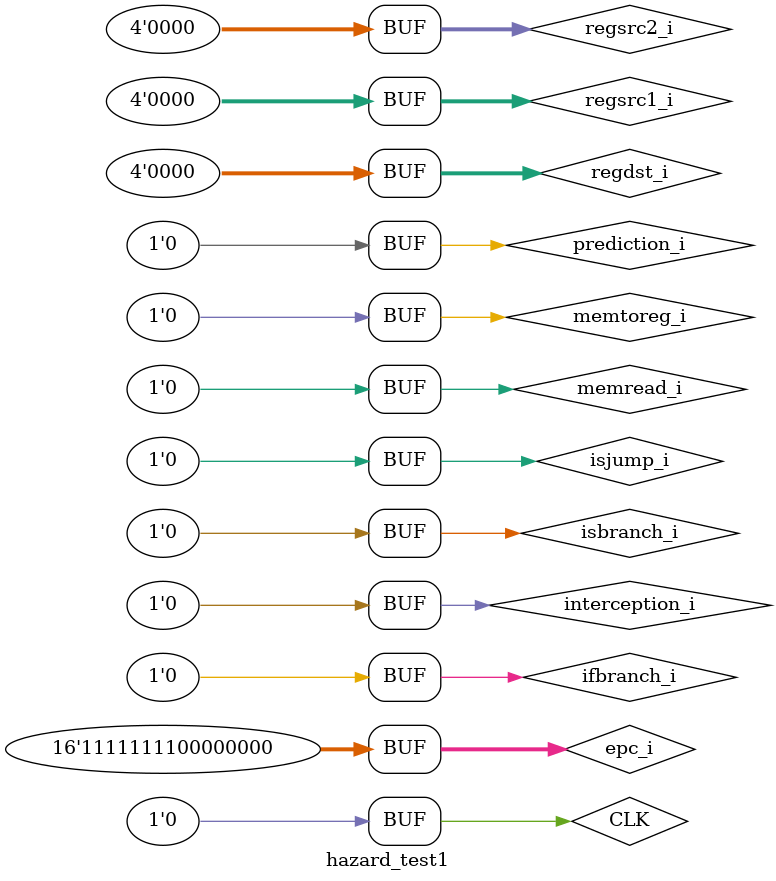
<source format=v>
`timescale 1ns / 1ps


module hazard_test1;

	// Inputs
	reg CLK;
	reg interception_i;
	reg memtoreg_i;
	reg memread_i;
	reg [3:0] regsrc1_i;
	reg [3:0] regsrc2_i;
	reg [3:0] regdst_i;
	reg isjump_i;
	reg ifbranch_i;
	reg isbranch_i;
	reg prediction_i;
	reg [15:0] epc_i;

	// Outputs
	wire jr_o;
	wire prewrong_o;
	wire precorrc_o;
	wire flush_if_o;
	wire flush_id_o;
	wire flush_ex_o;
	wire isintzero_o;
	wire [15:0] epc_o;

	// Instantiate the Unit Under Test (UUT)
	hazard uut (
		.CLK(CLK), 
		.interception_i(interception_i), 
		.memtoreg_i(memtoreg_i), 
		.memread_i(memread_i), 
		.regsrc1_i(regsrc1_i), 
		.regsrc2_i(regsrc2_i), 
		.regdst_i(regdst_i), 
		.isjump_i(isjump_i), 
		.jr_o(jr_o), 
		.ifbranch_i(ifbranch_i), 
		.isbranch_i(isbranch_i), 
		.prediction_i(prediction_i), 
		.prewrong_o(prewrong_o), 
		.precorrc_o(precorrc_o), 
		.flush_if_o(flush_if_o), 
		.flush_id_o(flush_id_o), 
		.flush_ex_o(flush_ex_o), 
		.isintzero_o(isintzero_o), 
		.epc_i(epc_i), 
		.epc_o(epc_o)
	);

	initial begin
		// Initialize Inputs
		CLK = 0;
		interception_i = 0;
		memtoreg_i = 0;
		memread_i = 0;
		regsrc1_i = 0;
		regsrc2_i = 0;
		regdst_i = 0;
		isjump_i = 0;
		ifbranch_i = 0;
		isbranch_i = 0;
		prediction_i = 0;
		epc_i = 0;

		// Wait 100 ns for global reset to finish
		#100;
        
		// Add stimulus here
		epc_i = 16'hFFFF;
		#1;
		interception_i = 1;
		#1;
		epc_i = 16'hFF00;
		#1;
		CLK = 1;
		#3;
		interception_i = 0;
		CLK = 0;
	end
      
endmodule


</source>
